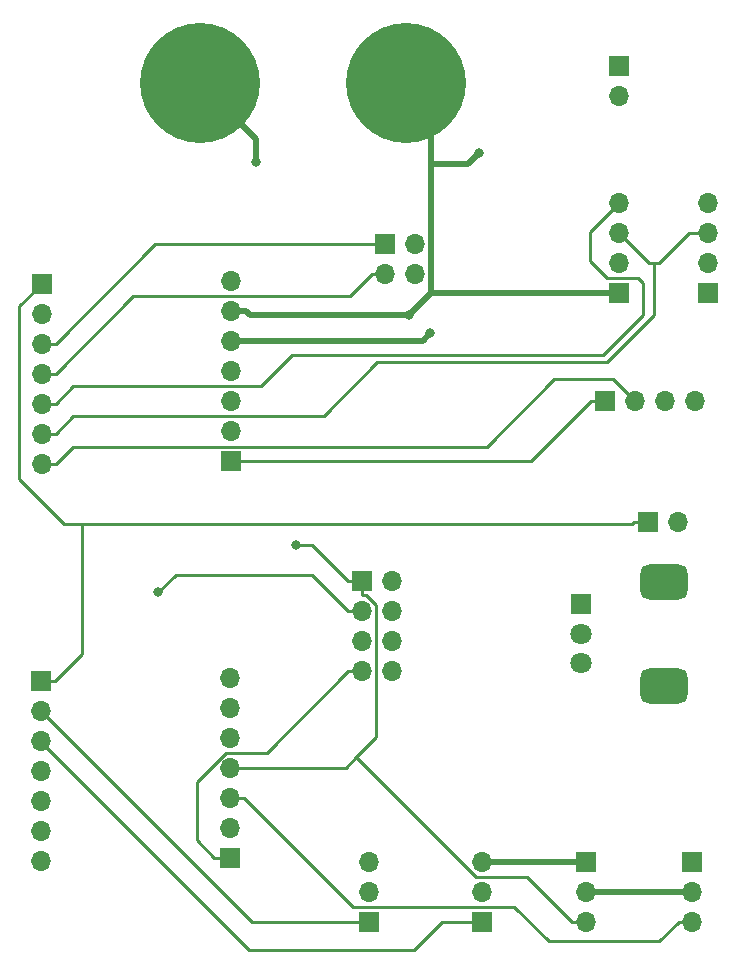
<source format=gbr>
%TF.GenerationSoftware,KiCad,Pcbnew,8.0.4-8.0.4-0~ubuntu22.04.1*%
%TF.CreationDate,2024-07-18T16:31:12+02:00*%
%TF.ProjectId,DevBoardESP32XIAO,44657642-6f61-4726-9445-535033325849,1.3*%
%TF.SameCoordinates,Original*%
%TF.FileFunction,Copper,L2,Bot*%
%TF.FilePolarity,Positive*%
%FSLAX46Y46*%
G04 Gerber Fmt 4.6, Leading zero omitted, Abs format (unit mm)*
G04 Created by KiCad (PCBNEW 8.0.4-8.0.4-0~ubuntu22.04.1) date 2024-07-18 16:31:12*
%MOMM*%
%LPD*%
G01*
G04 APERTURE LIST*
G04 Aperture macros list*
%AMRoundRect*
0 Rectangle with rounded corners*
0 $1 Rounding radius*
0 $2 $3 $4 $5 $6 $7 $8 $9 X,Y pos of 4 corners*
0 Add a 4 corners polygon primitive as box body*
4,1,4,$2,$3,$4,$5,$6,$7,$8,$9,$2,$3,0*
0 Add four circle primitives for the rounded corners*
1,1,$1+$1,$2,$3*
1,1,$1+$1,$4,$5*
1,1,$1+$1,$6,$7*
1,1,$1+$1,$8,$9*
0 Add four rect primitives between the rounded corners*
20,1,$1+$1,$2,$3,$4,$5,0*
20,1,$1+$1,$4,$5,$6,$7,0*
20,1,$1+$1,$6,$7,$8,$9,0*
20,1,$1+$1,$8,$9,$2,$3,0*%
G04 Aperture macros list end*
%TA.AperFunction,ComponentPad*%
%ADD10R,1.700000X1.700000*%
%TD*%
%TA.AperFunction,ComponentPad*%
%ADD11O,1.700000X1.700000*%
%TD*%
%TA.AperFunction,ComponentPad*%
%ADD12R,1.800000X1.800000*%
%TD*%
%TA.AperFunction,ComponentPad*%
%ADD13C,1.800000*%
%TD*%
%TA.AperFunction,ComponentPad*%
%ADD14RoundRect,0.750000X-1.250000X-0.750000X1.250000X-0.750000X1.250000X0.750000X-1.250000X0.750000X0*%
%TD*%
%TA.AperFunction,ComponentPad*%
%ADD15C,10.160000*%
%TD*%
%TA.AperFunction,ViaPad*%
%ADD16C,0.800000*%
%TD*%
%TA.AperFunction,Conductor*%
%ADD17C,0.500000*%
%TD*%
%TA.AperFunction,Conductor*%
%ADD18C,0.250000*%
%TD*%
G04 APERTURE END LIST*
D10*
%TO.P,J12,1,Pin_1*%
%TO.N,D7*%
X87121000Y-57311000D03*
D11*
%TO.P,J12,2,Pin_2*%
%TO.N,D6*%
X89661000Y-57311000D03*
%TO.P,J12,3,Pin_3*%
%TO.N,GND*%
X92201000Y-57311000D03*
%TO.P,J12,4,Pin_4*%
%TO.N,+3.3V*%
X94741000Y-57311000D03*
%TD*%
D10*
%TO.P,J14,1,Pin_1*%
%TO.N,D10*%
X66571000Y-72566000D03*
D11*
%TO.P,J14,2,Pin_2*%
%TO.N,Net-(J14-Pin_2)*%
X69111000Y-72566000D03*
%TO.P,J14,3,Pin_3*%
%TO.N,D9*%
X66571000Y-75106000D03*
%TO.P,J14,4,Pin_4*%
%TO.N,Net-(J14-Pin_4)*%
X69111000Y-75106000D03*
%TO.P,J14,5,Pin_5*%
%TO.N,D8*%
X66571000Y-77646000D03*
%TO.P,J14,6,Pin_6*%
%TO.N,Net-(J14-Pin_6)*%
X69111000Y-77646000D03*
%TO.P,J14,7,Pin_7*%
%TO.N,D7*%
X66571000Y-80186000D03*
%TO.P,J14,8,Pin_8*%
%TO.N,Net-(J14-Pin_8)*%
X69111000Y-80186000D03*
%TD*%
D10*
%TO.P,J9,1,Pin_1*%
%TO.N,+3.3V*%
X88336000Y-28946000D03*
D11*
%TO.P,J9,2,Pin_2*%
%TO.N,Net-(J9-Pin_2)*%
X88336000Y-31486000D03*
%TD*%
D10*
%TO.P,J2,1,Pin_1*%
%TO.N,D0*%
X39418000Y-80973000D03*
D11*
%TO.P,J2,2,Pin_2*%
%TO.N,D1*%
X39418000Y-83513000D03*
%TO.P,J2,3,Pin_3*%
%TO.N,Button1*%
X39418000Y-86053000D03*
%TO.P,J2,4,Pin_4*%
%TO.N,Button2*%
X39418000Y-88593000D03*
%TO.P,J2,5,Pin_5*%
%TO.N,D4*%
X39418000Y-91133000D03*
%TO.P,J2,6,Pin_6*%
%TO.N,D5*%
X39418000Y-93673000D03*
%TO.P,J2,7,Pin_7*%
%TO.N,D6*%
X39418000Y-96213000D03*
%TD*%
D10*
%TO.P,J3,1,Pin_1*%
%TO.N,D7*%
X55436000Y-62366000D03*
D11*
%TO.P,J3,2,Pin_2*%
%TO.N,D8*%
X55436000Y-59826000D03*
%TO.P,J3,3,Pin_3*%
%TO.N,D9*%
X55436000Y-57286000D03*
%TO.P,J3,4,Pin_4*%
%TO.N,D10*%
X55436000Y-54746000D03*
%TO.P,J3,5,Pin_5*%
%TO.N,+3.3V*%
X55436000Y-52206000D03*
%TO.P,J3,6,Pin_6*%
%TO.N,GND*%
X55436000Y-49666000D03*
%TO.P,J3,7,Pin_7*%
%TO.N,+5V*%
X55436000Y-47126000D03*
%TD*%
D10*
%TO.P,J4,1,Pin_1*%
%TO.N,D7*%
X55418000Y-95973000D03*
D11*
%TO.P,J4,2,Pin_2*%
%TO.N,D8*%
X55418000Y-93433000D03*
%TO.P,J4,3,Pin_3*%
%TO.N,D9*%
X55418000Y-90893000D03*
%TO.P,J4,4,Pin_4*%
%TO.N,D10*%
X55418000Y-88353000D03*
%TO.P,J4,5,Pin_5*%
%TO.N,+3.3V*%
X55418000Y-85813000D03*
%TO.P,J4,6,Pin_6*%
%TO.N,GND*%
X55418000Y-83273000D03*
%TO.P,J4,7,Pin_7*%
%TO.N,+5V*%
X55418000Y-80733000D03*
%TD*%
D10*
%TO.P,J6,1,Pin_1*%
%TO.N,GND*%
X88336000Y-48186000D03*
D11*
%TO.P,J6,2,Pin_2*%
%TO.N,+3.3V*%
X88336000Y-45646000D03*
%TO.P,J6,3,Pin_3*%
%TO.N,D5*%
X88336000Y-43106000D03*
%TO.P,J6,4,Pin_4*%
%TO.N,D4*%
X88336000Y-40566000D03*
%TD*%
D10*
%TO.P,J11,1,Pin_1*%
%TO.N,Button1*%
X76711000Y-101386000D03*
D11*
%TO.P,J11,2,Pin_2*%
%TO.N,+3.3V*%
X76711000Y-98846000D03*
%TO.P,J11,3,Pin_3*%
%TO.N,GND*%
X76711000Y-96306000D03*
%TD*%
D10*
%TO.P,J17,1,Pin_1*%
%TO.N,D0*%
X90736000Y-67586000D03*
D11*
%TO.P,J17,2,Pin_2*%
%TO.N,Net-(J17-Pin_2)*%
X93276000Y-67586000D03*
%TD*%
D10*
%TO.P,J1,1,Pin_1*%
%TO.N,D0*%
X39436000Y-47366000D03*
D11*
%TO.P,J1,2,Pin_2*%
%TO.N,D1*%
X39436000Y-49906000D03*
%TO.P,J1,3,Pin_3*%
%TO.N,Button1*%
X39436000Y-52446000D03*
%TO.P,J1,4,Pin_4*%
%TO.N,Button2*%
X39436000Y-54986000D03*
%TO.P,J1,5,Pin_5*%
%TO.N,D4*%
X39436000Y-57526000D03*
%TO.P,J1,6,Pin_6*%
%TO.N,D5*%
X39436000Y-60066000D03*
%TO.P,J1,7,Pin_7*%
%TO.N,D6*%
X39436000Y-62606000D03*
%TD*%
D12*
%TO.P,RV1,1,1*%
%TO.N,+3.3V*%
X85086000Y-74511000D03*
D13*
%TO.P,RV1,2,2*%
%TO.N,Net-(J17-Pin_2)*%
X85086000Y-77011000D03*
%TO.P,RV1,3,3*%
%TO.N,GND*%
X85086000Y-79511000D03*
D14*
%TO.P,RV1,MP*%
%TO.N,N/C*%
X92086000Y-72611000D03*
X92086000Y-81411000D03*
%TD*%
D15*
%TO.P,J16,1,Pin_1*%
%TO.N,GND*%
X70261000Y-30361000D03*
%TD*%
D10*
%TO.P,J8,1,Pin_1*%
%TO.N,D1*%
X67161000Y-101386000D03*
D11*
%TO.P,J8,2,Pin_2*%
%TO.N,+3.3V*%
X67161000Y-98846000D03*
%TO.P,J8,3,Pin_3*%
%TO.N,GND*%
X67161000Y-96306000D03*
%TD*%
D15*
%TO.P,J15,1,Pin_1*%
%TO.N,+5V*%
X52836000Y-30361000D03*
%TD*%
D10*
%TO.P,J10,1,Pin_1*%
%TO.N,GND*%
X94536000Y-96336000D03*
D11*
%TO.P,J10,2,Pin_2*%
%TO.N,+3.3V*%
X94536000Y-98876000D03*
%TO.P,J10,3,Pin_3*%
%TO.N,D9*%
X94536000Y-101416000D03*
%TD*%
D10*
%TO.P,J5,1,Pin_1*%
%TO.N,GND*%
X95886000Y-48186000D03*
D11*
%TO.P,J5,2,Pin_2*%
%TO.N,+3.3V*%
X95886000Y-45646000D03*
%TO.P,J5,3,Pin_3*%
%TO.N,D5*%
X95886000Y-43106000D03*
%TO.P,J5,4,Pin_4*%
%TO.N,D4*%
X95886000Y-40566000D03*
%TD*%
D10*
%TO.P,J7,1,Pin_1*%
%TO.N,GND*%
X85536000Y-96336000D03*
D11*
%TO.P,J7,2,Pin_2*%
%TO.N,+3.3V*%
X85536000Y-98876000D03*
%TO.P,J7,3,Pin_3*%
%TO.N,D10*%
X85536000Y-101416000D03*
%TD*%
D10*
%TO.P,J13,1,Pin_1*%
%TO.N,Button1*%
X68546000Y-44021000D03*
D11*
%TO.P,J13,2,Pin_2*%
%TO.N,Net-(J13-Pin_2)*%
X71086000Y-44021000D03*
%TO.P,J13,3,Pin_3*%
%TO.N,Button2*%
X68546000Y-46561000D03*
%TO.P,J13,4,Pin_4*%
%TO.N,Net-(J13-Pin_4)*%
X71086000Y-46561000D03*
%TD*%
D16*
%TO.N,+5V*%
X57618000Y-37113000D03*
%TO.N,GND*%
X76443000Y-36288000D03*
%TO.N,+3.3V*%
X72343900Y-51563900D03*
%TO.N,GND*%
X70561000Y-50046000D03*
%TO.N,D9*%
X49318000Y-73513000D03*
%TO.N,D10*%
X60967800Y-69478000D03*
%TD*%
D17*
%TO.N,GND*%
X75493000Y-37238000D02*
X72405700Y-37238000D01*
X76443000Y-36288000D02*
X75493000Y-37238000D01*
%TO.N,+5V*%
X57618000Y-37113000D02*
X57618000Y-35143000D01*
X57618000Y-35143000D02*
X52836000Y-30361000D01*
%TO.N,GND*%
X72405700Y-32505700D02*
X72405700Y-37238000D01*
X72405700Y-37238000D02*
X72405700Y-48186000D01*
D18*
%TO.N,D4*%
X88336000Y-40566000D02*
X85893000Y-43009000D01*
X85893000Y-43009000D02*
X85893000Y-45463000D01*
X85893000Y-45463000D02*
X87293000Y-46863000D01*
X87293000Y-46863000D02*
X89893000Y-46863000D01*
X90343000Y-50013000D02*
X86974800Y-53381200D01*
X89893000Y-46863000D02*
X90343000Y-47313000D01*
X42122700Y-56016000D02*
X40612700Y-57526000D01*
X90343000Y-47313000D02*
X90343000Y-50013000D01*
X40612700Y-57526000D02*
X39436000Y-57526000D01*
X86974800Y-53381200D02*
X60660400Y-53381200D01*
X60660400Y-53381200D02*
X58025600Y-56016000D01*
X58025600Y-56016000D02*
X42122700Y-56016000D01*
%TO.N,D5*%
X91668000Y-45663000D02*
X91243000Y-45663000D01*
X39436000Y-60066000D02*
X40612700Y-60066000D01*
X91243000Y-50038000D02*
X91243000Y-45663000D01*
X40612700Y-60066000D02*
X42122700Y-58556000D01*
X91243000Y-45663000D02*
X90893000Y-45663000D01*
X42122700Y-58556000D02*
X63316200Y-58556000D01*
X90893000Y-45663000D02*
X88336000Y-43106000D01*
X63316200Y-58556000D02*
X67851000Y-54021200D01*
X67851000Y-54021200D02*
X87259800Y-54021200D01*
X87259800Y-54021200D02*
X91243000Y-50038000D01*
X95886000Y-43106000D02*
X94225000Y-43106000D01*
X94225000Y-43106000D02*
X91668000Y-45663000D01*
%TO.N,D9*%
X49318000Y-73513000D02*
X50768000Y-72063000D01*
X50768000Y-72063000D02*
X62351300Y-72063000D01*
X62351300Y-72063000D02*
X65394300Y-75106000D01*
X65394300Y-75106000D02*
X66571000Y-75106000D01*
%TO.N,D0*%
X39436000Y-47366000D02*
X37518000Y-49284000D01*
X37518000Y-49284000D02*
X37518000Y-63938000D01*
X37518000Y-63938000D02*
X41304200Y-67724200D01*
X41304200Y-67724200D02*
X42830500Y-67724200D01*
%TO.N,Button1*%
X39418000Y-86053000D02*
X39418000Y-86213000D01*
X57018000Y-103813000D02*
X70942700Y-103813000D01*
X39418000Y-86213000D02*
X57018000Y-103813000D01*
X70942700Y-103813000D02*
X73369700Y-101386000D01*
X73369700Y-101386000D02*
X76711000Y-101386000D01*
%TO.N,D9*%
X94536000Y-101416000D02*
X93359300Y-101416000D01*
X93359300Y-101416000D02*
X91737300Y-103038000D01*
X91737300Y-103038000D02*
X82363300Y-103038000D01*
X82363300Y-103038000D02*
X79441400Y-100116100D01*
X79441400Y-100116100D02*
X65817800Y-100116100D01*
X65817800Y-100116100D02*
X56594700Y-90893000D01*
X56594700Y-90893000D02*
X55418000Y-90893000D01*
D17*
%TO.N,+3.3V*%
X72343900Y-51563900D02*
X71701800Y-52206000D01*
X71701800Y-52206000D02*
X55436000Y-52206000D01*
D18*
%TO.N,D7*%
X55418000Y-95973000D02*
X54053000Y-95973000D01*
X54053000Y-95973000D02*
X52568000Y-94488000D01*
X52568000Y-94488000D02*
X52568000Y-89535200D01*
X58497300Y-87083000D02*
X65394300Y-80186000D01*
X52568000Y-89535200D02*
X55020200Y-87083000D01*
X55020200Y-87083000D02*
X58497300Y-87083000D01*
X65394300Y-80186000D02*
X66571000Y-80186000D01*
%TO.N,D1*%
X67161000Y-101386000D02*
X57216000Y-101386000D01*
X57216000Y-101386000D02*
X39418000Y-83588000D01*
X39418000Y-83588000D02*
X39418000Y-83513000D01*
%TO.N,D6*%
X89661000Y-57311000D02*
X87788000Y-55438000D01*
X40612700Y-62606000D02*
X39436000Y-62606000D01*
X87788000Y-55438000D02*
X82846300Y-55438000D01*
X82846300Y-55438000D02*
X77123100Y-61161200D01*
X77123100Y-61161200D02*
X42057500Y-61161200D01*
X42057500Y-61161200D02*
X40612700Y-62606000D01*
D17*
%TO.N,+3.3V*%
X85536000Y-98876000D02*
X94536000Y-98876000D01*
%TO.N,GND*%
X88336000Y-48186000D02*
X87034300Y-48186000D01*
X72405700Y-48186000D02*
X87034300Y-48186000D01*
X70261000Y-30361000D02*
X72405700Y-32505700D01*
X72405700Y-48201300D02*
X70561000Y-50046000D01*
X72405700Y-48186000D02*
X72405700Y-48201300D01*
X57117700Y-50046000D02*
X56737700Y-49666000D01*
X70561000Y-50046000D02*
X57117700Y-50046000D01*
X55436000Y-49666000D02*
X56737700Y-49666000D01*
X84204300Y-96306000D02*
X84234300Y-96336000D01*
X76711000Y-96306000D02*
X84204300Y-96306000D01*
X85536000Y-96336000D02*
X84234300Y-96336000D01*
D18*
%TO.N,D7*%
X80889300Y-62366000D02*
X55436000Y-62366000D01*
X85944300Y-57311000D02*
X80889300Y-62366000D01*
X87121000Y-57311000D02*
X85944300Y-57311000D01*
%TO.N,D10*%
X62306300Y-69478000D02*
X65394300Y-72566000D01*
X60967800Y-69478000D02*
X62306300Y-69478000D01*
X66571000Y-72566000D02*
X65394300Y-72566000D01*
X85536000Y-101416000D02*
X84359300Y-101416000D01*
X55418000Y-88353000D02*
X56594700Y-88353000D01*
X66571000Y-72566000D02*
X66571000Y-73742700D01*
X76219900Y-97576000D02*
X66085500Y-87441600D01*
X80519300Y-97576000D02*
X76219900Y-97576000D01*
X84359300Y-101416000D02*
X80519300Y-97576000D01*
X65174100Y-88353000D02*
X66085500Y-87441600D01*
X56594700Y-88353000D02*
X65174100Y-88353000D01*
X66938800Y-73742700D02*
X66571000Y-73742700D01*
X67747700Y-74551600D02*
X66938800Y-73742700D01*
X67747700Y-85779400D02*
X67747700Y-74551600D01*
X66085500Y-87441600D02*
X67747700Y-85779400D01*
%TO.N,Button1*%
X49037700Y-44021000D02*
X40612700Y-52446000D01*
X68546000Y-44021000D02*
X49037700Y-44021000D01*
X39436000Y-52446000D02*
X40612700Y-52446000D01*
%TO.N,Button2*%
X47202700Y-48396000D02*
X40612700Y-54986000D01*
X65534300Y-48396000D02*
X47202700Y-48396000D01*
X67369300Y-46561000D02*
X65534300Y-48396000D01*
X68546000Y-46561000D02*
X67369300Y-46561000D01*
X39436000Y-54986000D02*
X40612700Y-54986000D01*
%TO.N,D0*%
X39418000Y-80973000D02*
X40594700Y-80973000D01*
X42830500Y-78737200D02*
X40594700Y-80973000D01*
X42830500Y-67724200D02*
X42830500Y-78737200D01*
X89421100Y-67724200D02*
X89559300Y-67586000D01*
X42830500Y-67724200D02*
X89421100Y-67724200D01*
X90736000Y-67586000D02*
X89559300Y-67586000D01*
%TD*%
M02*

</source>
